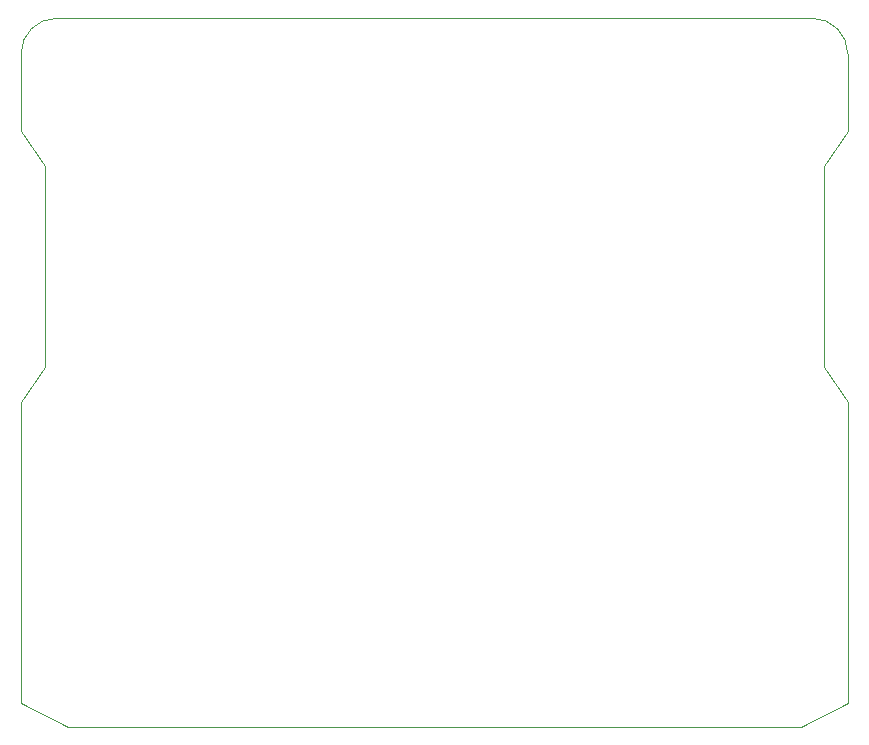
<source format=gbr>
%TF.GenerationSoftware,KiCad,Pcbnew,8.0.7*%
%TF.CreationDate,2025-05-08T16:31:26-05:00*%
%TF.ProjectId,OU_AIMNet_MPPT_v1.0,4f555f41-494d-44e6-9574-5f4d5050545f,rev?*%
%TF.SameCoordinates,Original*%
%TF.FileFunction,Profile,NP*%
%FSLAX46Y46*%
G04 Gerber Fmt 4.6, Leading zero omitted, Abs format (unit mm)*
G04 Created by KiCad (PCBNEW 8.0.7) date 2025-05-08 16:31:26*
%MOMM*%
%LPD*%
G01*
G04 APERTURE LIST*
%TA.AperFunction,Profile*%
%ADD10C,0.050000*%
%TD*%
G04 APERTURE END LIST*
D10*
X223000000Y-172000000D02*
X265500000Y-172000000D01*
X269500000Y-115000000D02*
X269500000Y-121500000D01*
X199500000Y-121500000D02*
X201500000Y-124500000D01*
X266500000Y-112000000D02*
G75*
G02*
X269500000Y-115000000I0J-3000000D01*
G01*
X199500000Y-170000000D02*
X203500000Y-172000000D01*
X199500000Y-115000000D02*
X199500000Y-121500000D01*
X201500000Y-124500000D02*
X201500000Y-141500000D01*
X202500000Y-112000000D02*
X266500000Y-112000000D01*
X269500000Y-144500000D02*
X269500000Y-170000000D01*
X267500000Y-141500000D02*
X269500000Y-144500000D01*
X269500000Y-170000000D02*
X265500000Y-172000000D01*
X201500000Y-141500000D02*
X199500000Y-144500000D01*
X203500000Y-172000000D02*
X223000000Y-172000000D01*
X269500000Y-121500000D02*
X267500000Y-124500000D01*
X267500000Y-124500000D02*
X267500000Y-141500000D01*
X199500000Y-144500000D02*
X199500000Y-170000000D01*
X199500000Y-115000000D02*
G75*
G02*
X202500000Y-112000000I3000000J0D01*
G01*
M02*

</source>
